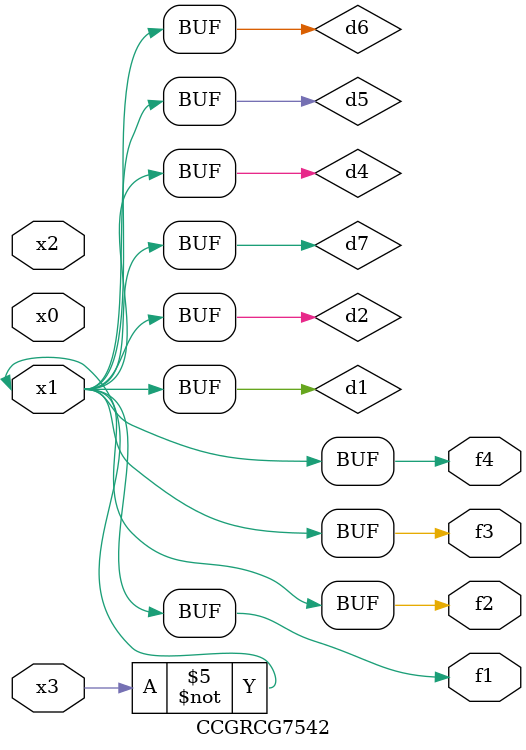
<source format=v>
module CCGRCG7542(
	input x0, x1, x2, x3,
	output f1, f2, f3, f4
);

	wire d1, d2, d3, d4, d5, d6, d7;

	not (d1, x3);
	buf (d2, x1);
	xnor (d3, d1, d2);
	nor (d4, d1);
	buf (d5, d1, d2);
	buf (d6, d4, d5);
	nand (d7, d4);
	assign f1 = d6;
	assign f2 = d7;
	assign f3 = d6;
	assign f4 = d6;
endmodule

</source>
